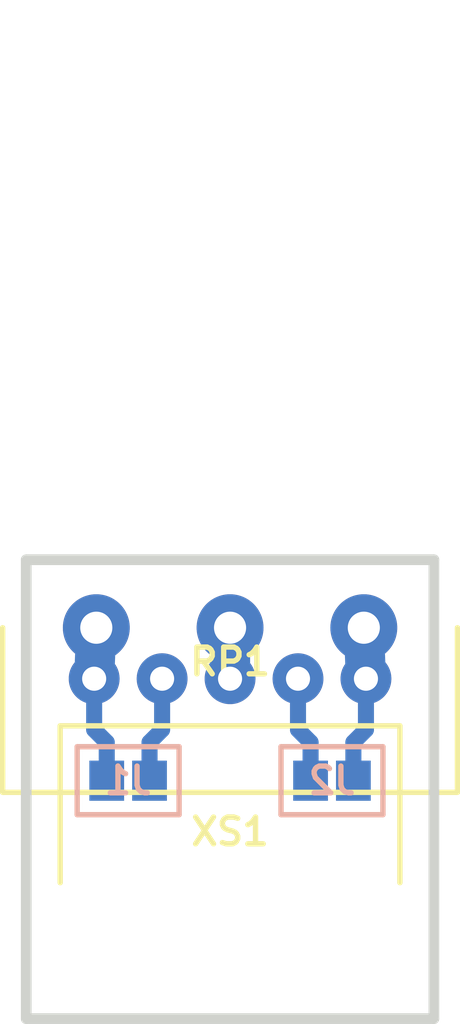
<source format=kicad_pcb>
(kicad_pcb (version 20171130) (host pcbnew 5.1.6-c6e7f7d~87~ubuntu19.10.1)

  (general
    (thickness 1.6)
    (drawings 7)
    (tracks 15)
    (zones 0)
    (modules 4)
    (nets 6)
  )

  (page A4 portrait)
  (title_block
    (title "Potentiometer Board 18 1x17")
    (date 2022-07-30)
    (rev 1A)
    (company "Igor Ivanov")
    (comment 1 https://github.com/Adept666)
    (comment 2 "This project is licensed under GNU General Public License v3.0 or later")
    (comment 3 "Диаметр потенциометра: 16 мм, 17 мм")
    (comment 4 "Расстояние от основной платы до корпуса: 18 мм")
  )

  (layers
    (0 F.Cu jumper)
    (31 B.Cu signal)
    (38 B.Mask user)
    (39 F.Mask user)
    (44 Edge.Cuts user)
    (45 Margin user)
    (46 B.CrtYd user)
    (47 F.CrtYd user)
    (48 B.Fab user)
    (49 F.Fab user)
  )

  (setup
    (last_trace_width 0.6)
    (user_trace_width 0.6)
    (trace_clearance 0)
    (zone_clearance 0.6)
    (zone_45_only no)
    (trace_min 0.2)
    (via_size 2)
    (via_drill 1)
    (via_min_size 0.4)
    (via_min_drill 0.3)
    (uvia_size 0.3)
    (uvia_drill 0.1)
    (uvias_allowed no)
    (uvia_min_size 0)
    (uvia_min_drill 0)
    (edge_width 0.4)
    (segment_width 0.2)
    (pcb_text_width 0.3)
    (pcb_text_size 1.5 1.5)
    (mod_edge_width 0.15)
    (mod_text_size 1 1)
    (mod_text_width 0.15)
    (pad_size 1.6 1.8)
    (pad_drill 0)
    (pad_to_mask_clearance 0.2)
    (solder_mask_min_width 0.1)
    (aux_axis_origin 0 0)
    (visible_elements 7FFFFFFF)
    (pcbplotparams
      (layerselection 0x20000_7ffffffe)
      (usegerberextensions false)
      (usegerberattributes false)
      (usegerberadvancedattributes false)
      (creategerberjobfile false)
      (excludeedgelayer false)
      (linewidth 0.100000)
      (plotframeref true)
      (viasonmask false)
      (mode 1)
      (useauxorigin false)
      (hpglpennumber 1)
      (hpglpenspeed 20)
      (hpglpendiameter 15.000000)
      (psnegative false)
      (psa4output false)
      (plotreference false)
      (plotvalue true)
      (plotinvisibletext false)
      (padsonsilk true)
      (subtractmaskfromsilk false)
      (outputformat 4)
      (mirror false)
      (drillshape 0)
      (scaleselection 1)
      (outputdirectory ""))
  )

  (net 0 "")
  (net 1 "Net-(RP1-Pad2)")
  (net 2 "Net-(J1-Pad2)")
  (net 3 "Net-(J1-Pad1)")
  (net 4 "Net-(J2-Pad2)")
  (net 5 "Net-(J2-Pad1)")

  (net_class Default "This is the default net class."
    (clearance 0)
    (trace_width 1)
    (via_dia 2)
    (via_drill 1)
    (uvia_dia 0.3)
    (uvia_drill 0.1)
    (add_net "Net-(J1-Pad1)")
    (add_net "Net-(J1-Pad2)")
    (add_net "Net-(J2-Pad1)")
    (add_net "Net-(J2-Pad2)")
    (add_net "Net-(RP1-Pad2)")
  )

  (module KCL-SM:J-SB-0805-2 (layer B.Cu) (tedit 62E4D892) (tstamp 62E4EC39)
    (at 109.22 148.59)
    (path /62D6667D)
    (fp_text reference J2 (at 0 0) (layer B.SilkS)
      (effects (font (size 1 1) (thickness 0.2)) (justify mirror))
    )
    (fp_text value J2 (at 0 -0.9525) (layer B.Fab)
      (effects (font (size 1 1) (thickness 0.2)) (justify mirror))
    )
    (fp_line (start -0.8 0) (end 0.8 0) (layer B.Fab) (width 0.2))
    (fp_line (start -1.905 -1.27) (end -1.905 1.27) (layer B.SilkS) (width 0.2))
    (fp_line (start 1.905 1.27) (end 1.905 -1.27) (layer B.SilkS) (width 0.2))
    (fp_line (start -1.905 1.27) (end 1.905 1.27) (layer B.SilkS) (width 0.2))
    (fp_line (start -1.905 -1.27) (end 1.905 -1.27) (layer B.SilkS) (width 0.2))
    (fp_line (start -1.905 -1.27) (end -1.905 1.27) (layer B.CrtYd) (width 0.1))
    (fp_line (start 1.905 -1.27) (end -1.905 -1.27) (layer B.CrtYd) (width 0.1))
    (fp_line (start 1.905 1.27) (end 1.905 -1.27) (layer B.CrtYd) (width 0.1))
    (fp_line (start -1.905 1.27) (end 1.905 1.27) (layer B.CrtYd) (width 0.1))
    (pad 2 smd rect (at 0.8 0) (size 1.3 1.5) (layers B.Cu B.Mask)
      (net 4 "Net-(J2-Pad2)"))
    (pad 1 smd rect (at -0.8 0) (size 1.3 1.5) (layers B.Cu B.Mask)
      (net 5 "Net-(J2-Pad1)"))
  )

  (module KCL-SM:J-SB-0805-2 (layer B.Cu) (tedit 62E4D892) (tstamp 62E428E8)
    (at 101.6 148.59)
    (path /62E404D1)
    (fp_text reference J1 (at 0 0) (layer B.SilkS)
      (effects (font (size 1 1) (thickness 0.2)) (justify mirror))
    )
    (fp_text value J1 (at 0 -0.9525) (layer B.Fab)
      (effects (font (size 1 1) (thickness 0.2)) (justify mirror))
    )
    (fp_line (start -1.905 1.27) (end 1.905 1.27) (layer B.CrtYd) (width 0.1))
    (fp_line (start 1.905 1.27) (end 1.905 -1.27) (layer B.CrtYd) (width 0.1))
    (fp_line (start 1.905 -1.27) (end -1.905 -1.27) (layer B.CrtYd) (width 0.1))
    (fp_line (start -1.905 -1.27) (end -1.905 1.27) (layer B.CrtYd) (width 0.1))
    (fp_line (start -1.905 -1.27) (end 1.905 -1.27) (layer B.SilkS) (width 0.2))
    (fp_line (start -1.905 1.27) (end 1.905 1.27) (layer B.SilkS) (width 0.2))
    (fp_line (start 1.905 1.27) (end 1.905 -1.27) (layer B.SilkS) (width 0.2))
    (fp_line (start -1.905 -1.27) (end -1.905 1.27) (layer B.SilkS) (width 0.2))
    (fp_line (start -0.8 0) (end 0.8 0) (layer B.Fab) (width 0.2))
    (pad 1 smd rect (at -0.8 0) (size 1.3 1.5) (layers B.Cu B.Mask)
      (net 3 "Net-(J1-Pad1)"))
    (pad 2 smd rect (at 0.8 0) (size 1.3 1.5) (layers B.Cu B.Mask)
      (net 2 "Net-(J1-Pad2)"))
  )

  (module SBKCL-TH-SL:CON-PBS-05R-CIRCULAR (layer F.Cu) (tedit 62458AB8) (tstamp 60031F53)
    (at 105.41 144.78)
    (path /600A2C72)
    (fp_text reference XS1 (at 0 5.715) (layer F.SilkS)
      (effects (font (size 1 1) (thickness 0.2)))
    )
    (fp_text value PBS-05R (at 0 5.715) (layer F.Fab)
      (effects (font (size 1 1) (thickness 0.2)))
    )
    (fp_line (start 6.35 1.76) (end 6.35 10.16) (layer F.Fab) (width 0.2))
    (fp_line (start -6.35 1.76) (end -6.35 10.16) (layer F.Fab) (width 0.2))
    (fp_line (start -6.35 10.16) (end 6.35 10.16) (layer F.Fab) (width 0.2))
    (fp_line (start -6.35 1.76) (end 6.35 1.76) (layer F.Fab) (width 0.2))
    (fp_line (start -6.35 1.76) (end 6.35 1.76) (layer F.SilkS) (width 0.2))
    (fp_line (start -6.35 1.76) (end -6.35 7.62) (layer F.SilkS) (width 0.2))
    (fp_line (start 6.35 1.76) (end 6.35 7.62) (layer F.SilkS) (width 0.2))
    (fp_line (start -6.35 -0.45) (end 6.35 -0.45) (layer F.CrtYd) (width 0.1))
    (fp_line (start -6.35 10.16) (end 6.35 10.16) (layer F.CrtYd) (width 0.1))
    (fp_line (start -6.35 -0.45) (end -6.35 10.16) (layer F.CrtYd) (width 0.1))
    (fp_line (start 6.35 -0.45) (end 6.35 10.16) (layer F.CrtYd) (width 0.1))
    (pad 3 thru_hole circle (at 0 0) (size 1.9 1.9) (drill 0.9) (layers B.Cu B.Mask)
      (net 1 "Net-(RP1-Pad2)"))
    (pad 2 thru_hole circle (at -2.54 0) (size 1.9 1.9) (drill 0.9) (layers B.Cu B.Mask)
      (net 2 "Net-(J1-Pad2)"))
    (pad 1 thru_hole circle (at -5.08 0) (size 1.9 1.9) (drill 0.9) (layers B.Cu B.Mask)
      (net 3 "Net-(J1-Pad1)"))
    (pad 4 thru_hole circle (at 2.54 0) (size 1.9 1.9) (drill 0.9) (layers B.Cu B.Mask)
      (net 5 "Net-(J2-Pad1)"))
    (pad 5 thru_hole circle (at 5.08 0) (size 1.9 1.9) (drill 0.9) (layers B.Cu B.Mask)
      (net 4 "Net-(J2-Pad2)"))
  )

  (module SBKCL-TH-SL:RP-PDB181-K-20-P-CIRCULAR (layer F.Cu) (tedit 61D0A493) (tstamp 5FE6D9E5)
    (at 105.41 142.875 180)
    (path /5FE7A122)
    (fp_text reference RP1 (at 0 -1.27) (layer F.SilkS)
      (effects (font (size 1 1) (thickness 0.2)))
    )
    (fp_text value 16/17 (at 0 -1.27) (layer F.Fab)
      (effects (font (size 1 1) (thickness 0.2)))
    )
    (fp_line (start -8.5 -6.15) (end 8.5 -6.15) (layer F.Fab) (width 0.2))
    (fp_line (start -8.5 3.35) (end 8.5 3.35) (layer F.Fab) (width 0.2))
    (fp_line (start -3 23.35) (end 3 23.35) (layer F.Fab) (width 0.2))
    (fp_line (start -8.5 -6.15) (end -8.5 3.35) (layer F.Fab) (width 0.2))
    (fp_line (start 8.5 -6.15) (end 8.5 3.35) (layer F.Fab) (width 0.2))
    (fp_line (start -3.5 3.35) (end -3.5 9.85) (layer F.Fab) (width 0.2))
    (fp_line (start 3.5 3.35) (end 3.5 9.85) (layer F.Fab) (width 0.2))
    (fp_line (start -3 9.85) (end -3 23.35) (layer F.Fab) (width 0.2))
    (fp_line (start 3 9.85) (end 3 23.35) (layer F.Fab) (width 0.2))
    (fp_line (start -3.5 9.85) (end 3.5 9.85) (layer F.Fab) (width 0.2))
    (fp_line (start -8.5 -6.15) (end 8.5 -6.15) (layer F.SilkS) (width 0.2))
    (fp_line (start -8.5 -6.15) (end -8.5 0) (layer F.SilkS) (width 0.2))
    (fp_line (start 8.5 -6.15) (end 8.5 0) (layer F.SilkS) (width 0.2))
    (fp_line (start -8.5 -6.15) (end 8.5 -6.15) (layer F.CrtYd) (width 0.1))
    (fp_line (start -8.5 23.35) (end 8.5 23.35) (layer F.CrtYd) (width 0.1))
    (fp_line (start -8.5 -6.15) (end -8.5 23.35) (layer F.CrtYd) (width 0.1))
    (fp_line (start 8.5 -6.15) (end 8.5 23.35) (layer F.CrtYd) (width 0.1))
    (fp_line (start -8.5 5.35) (end -7.366 5.35) (layer F.Fab) (width 0.2))
    (fp_line (start -8.5 3.35) (end -8.5 5.35) (layer F.Fab) (width 0.2))
    (fp_line (start -7.3 3.35) (end -7.3 5.35) (layer F.Fab) (width 0.2))
    (pad 2 thru_hole circle (at 0 0 180) (size 2.5 2.5) (drill 1.2) (layers B.Cu B.Mask)
      (net 1 "Net-(RP1-Pad2)"))
    (pad 1 thru_hole circle (at -5 0 180) (size 2.5 2.5) (drill 1.2) (layers B.Cu B.Mask)
      (net 4 "Net-(J2-Pad2)"))
    (pad 3 thru_hole circle (at 5 0 180) (size 2.5 2.5) (drill 1.2) (layers B.Cu B.Mask)
      (net 3 "Net-(J1-Pad1)"))
  )

  (gr_line (start 110.41 142.875) (end 110.49 144.78) (layer B.Mask) (width 1.9))
  (gr_line (start 105.41 142.875) (end 105.41 144.78) (layer B.Mask) (width 1.9))
  (gr_line (start 100.41 142.875) (end 100.33 144.78) (layer B.Mask) (width 1.9))
  (gr_line (start 113.03 140.335) (end 113.03 157.48) (layer Edge.Cuts) (width 0.4) (tstamp 5FE6F872))
  (gr_line (start 97.79 140.335) (end 97.79 157.48) (layer Edge.Cuts) (width 0.4) (tstamp 5FE6F872))
  (gr_line (start 97.79 157.48) (end 113.03 157.48) (layer Edge.Cuts) (width 0.4) (tstamp 5FE6FAB1))
  (gr_line (start 97.79 140.335) (end 113.03 140.335) (layer Edge.Cuts) (width 0.4) (tstamp 5FE6F86E))

  (segment (start 105.41 142.875) (end 105.41 144.78) (width 1.5) (layer B.Cu) (net 1))
  (segment (start 102.4 148.59) (end 102.4 147.155) (width 0.6) (layer B.Cu) (net 2))
  (segment (start 102.4 147.155) (end 102.87 146.685) (width 0.6) (layer B.Cu) (net 2))
  (segment (start 102.87 146.685) (end 102.87 144.78) (width 0.6) (layer B.Cu) (net 2))
  (segment (start 100.41 142.875) (end 100.33 144.78) (width 1.5) (layer B.Cu) (net 3))
  (segment (start 100.8 148.59) (end 100.8 147.155) (width 0.6) (layer B.Cu) (net 3))
  (segment (start 100.8 147.155) (end 100.33 146.685) (width 0.6) (layer B.Cu) (net 3))
  (segment (start 100.33 146.685) (end 100.33 144.78) (width 0.6) (layer B.Cu) (net 3))
  (segment (start 110.41 142.875) (end 110.49 144.78) (width 1.5) (layer B.Cu) (net 4))
  (segment (start 110.02 148.59) (end 110.02 147.155) (width 0.6) (layer B.Cu) (net 4))
  (segment (start 110.02 147.155) (end 110.49 146.685) (width 0.6) (layer B.Cu) (net 4))
  (segment (start 110.49 146.685) (end 110.49 144.78) (width 0.6) (layer B.Cu) (net 4))
  (segment (start 108.42 148.59) (end 108.42 147.155) (width 0.6) (layer B.Cu) (net 5))
  (segment (start 108.42 147.155) (end 107.95 146.685) (width 0.6) (layer B.Cu) (net 5))
  (segment (start 107.95 146.685) (end 107.95 144.78) (width 0.6) (layer B.Cu) (net 5))

)

</source>
